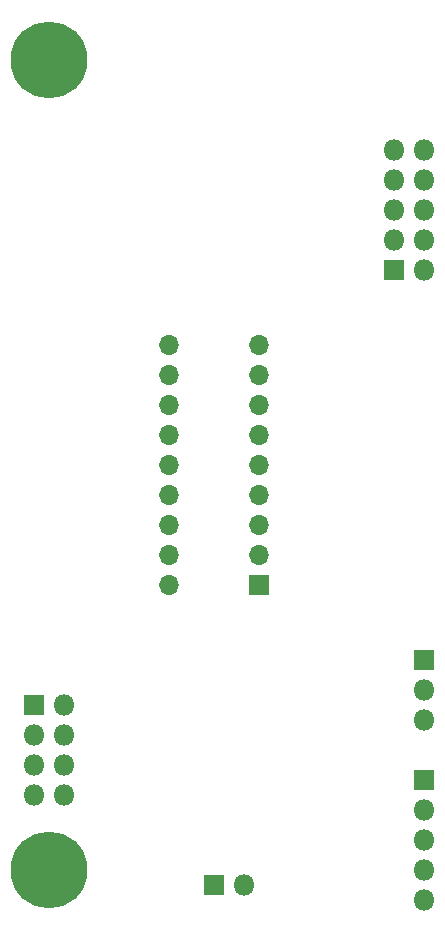
<source format=gbr>
G04 #@! TF.GenerationSoftware,KiCad,Pcbnew,5.1.6-c6e7f7d~86~ubuntu18.04.1*
G04 #@! TF.CreationDate,2020-06-20T09:56:21-04:00*
G04 #@! TF.ProjectId,five_pulser_board,66697665-5f70-4756-9c73-65725f626f61,rev?*
G04 #@! TF.SameCoordinates,Original*
G04 #@! TF.FileFunction,Soldermask,Bot*
G04 #@! TF.FilePolarity,Negative*
%FSLAX46Y46*%
G04 Gerber Fmt 4.6, Leading zero omitted, Abs format (unit mm)*
G04 Created by KiCad (PCBNEW 5.1.6-c6e7f7d~86~ubuntu18.04.1) date 2020-06-20 09:56:21*
%MOMM*%
%LPD*%
G01*
G04 APERTURE LIST*
%ADD10O,1.800000X1.800000*%
%ADD11R,1.800000X1.800000*%
%ADD12O,1.700000X1.700000*%
%ADD13R,1.700000X1.700000*%
%ADD14C,0.900000*%
%ADD15C,6.500000*%
G04 APERTURE END LIST*
D10*
X113030000Y-50800000D03*
X110490000Y-50800000D03*
X113030000Y-53340000D03*
X110490000Y-53340000D03*
X113030000Y-55880000D03*
X110490000Y-55880000D03*
X113030000Y-58420000D03*
X110490000Y-58420000D03*
X113030000Y-60960000D03*
D11*
X110490000Y-60960000D03*
D10*
X82550000Y-105410000D03*
X80010000Y-105410000D03*
X82550000Y-102870000D03*
X80010000Y-102870000D03*
X82550000Y-100330000D03*
X80010000Y-100330000D03*
X82550000Y-97790000D03*
D11*
X80010000Y-97790000D03*
D12*
X91440000Y-87630000D03*
X99060000Y-67310000D03*
X91440000Y-85090000D03*
X99060000Y-69850000D03*
X91440000Y-82550000D03*
X99060000Y-72390000D03*
X91440000Y-80010000D03*
X99060000Y-74930000D03*
X91440000Y-77470000D03*
X99060000Y-77470000D03*
X91440000Y-74930000D03*
X99060000Y-80010000D03*
X91440000Y-72390000D03*
X99060000Y-82550000D03*
X91440000Y-69850000D03*
X99060000Y-85090000D03*
X91440000Y-67310000D03*
D13*
X99060000Y-87630000D03*
D10*
X97790000Y-113030000D03*
D11*
X95250000Y-113030000D03*
D10*
X113030000Y-99060000D03*
X113030000Y-96520000D03*
D11*
X113030000Y-93980000D03*
D10*
X113030000Y-114300000D03*
X113030000Y-111760000D03*
X113030000Y-109220000D03*
X113030000Y-106680000D03*
D11*
X113030000Y-104140000D03*
D14*
X82977056Y-41482944D03*
X81280000Y-40780000D03*
X79582944Y-41482944D03*
X78880000Y-43180000D03*
X79582944Y-44877056D03*
X81280000Y-45580000D03*
X82977056Y-44877056D03*
X83680000Y-43180000D03*
D15*
X81280000Y-43180000D03*
D14*
X82977056Y-110062944D03*
X81280000Y-109360000D03*
X79582944Y-110062944D03*
X78880000Y-111760000D03*
X79582944Y-113457056D03*
X81280000Y-114160000D03*
X82977056Y-113457056D03*
X83680000Y-111760000D03*
D15*
X81280000Y-111760000D03*
M02*

</source>
